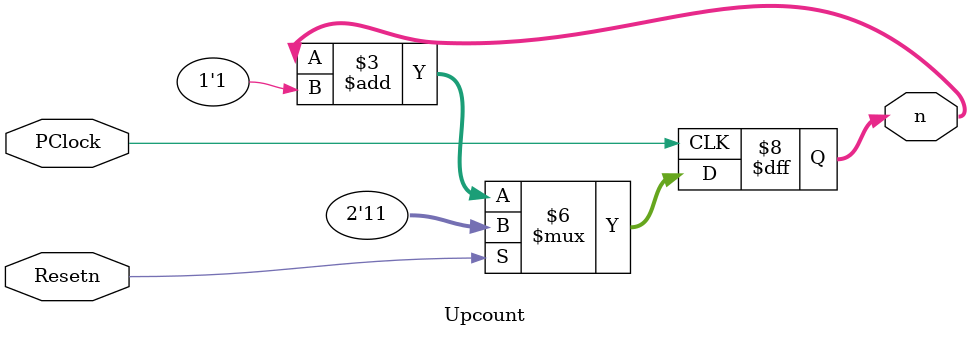
<source format=v>
module CounterPC
	(
		input MClock,
		input Resetn,

		output reg [4:0] n
	);


	initial begin
		n = 5'b00000;
	end

	always @(posedge MClock) begin

		if(Resetn == 1'b1) begin
			n = 5'b00000;
		end
		else begin
			n = n + 1'b1;
		end

	end

endmodule

module Upcount
	(
		input PClock,
		input Resetn,

		output reg [1:0] n
	);

	initial begin
		n = 2'b11;
	end

	always @(posedge PClock) begin

		if(Resetn == 1'b1) begin
			n = 2'b11;
		end
		else begin
			n = n + 1'b1;
		end

	end

endmodule

</source>
